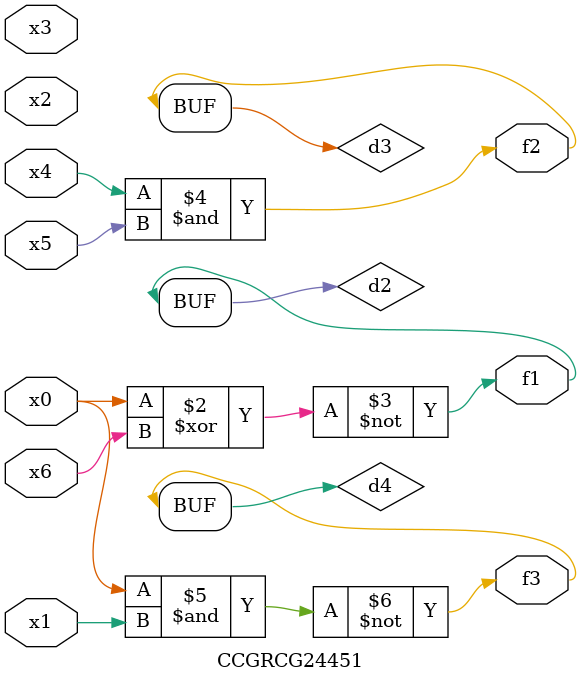
<source format=v>
module CCGRCG24451(
	input x0, x1, x2, x3, x4, x5, x6,
	output f1, f2, f3
);

	wire d1, d2, d3, d4;

	nor (d1, x0);
	xnor (d2, x0, x6);
	and (d3, x4, x5);
	nand (d4, x0, x1);
	assign f1 = d2;
	assign f2 = d3;
	assign f3 = d4;
endmodule

</source>
